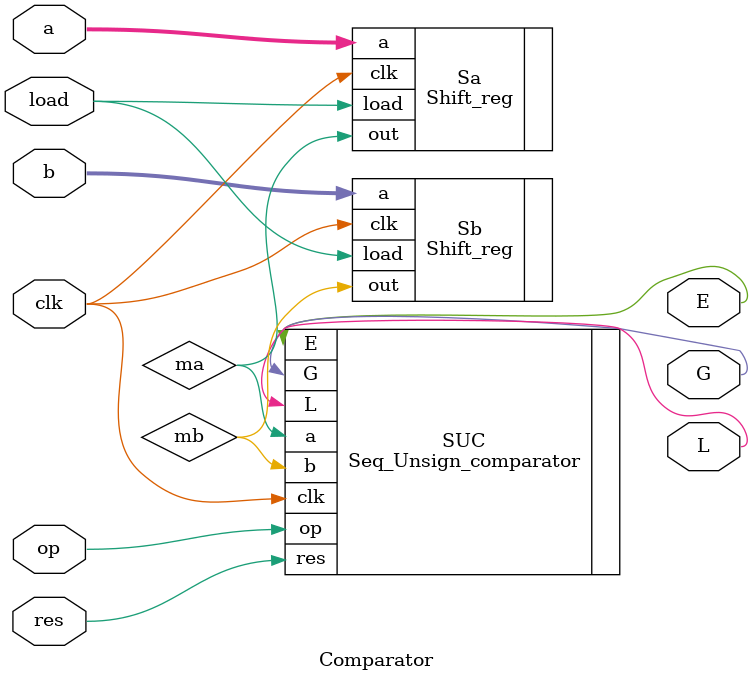
<source format=v>
`timescale 1ns / 1ps
module Comparator(
	input [31:0] a,
	input [31:0] b,
	input clk,
	input res,
	input load,
	input op,
	output wire L,
	output wire E,
	output wire G
    );
	 wire ma; 	 // MSB of a 
	 wire mb;	// MSB of b
	 Shift_reg Sa(.a(a),.clk(clk),.load(load),.out(ma));	 // left shift register for a
	 Shift_reg Sb(.a(b),.clk(clk),.load(load),.out(mb));	// left shift register for b
	 Seq_Unsign_comparator SUC(.a(ma),.b(mb),.clk(clk),.res(res),.op(op),.L(L),.E(E),.G(G));	// FSM to find a<b or a=b or a>b

endmodule

</source>
